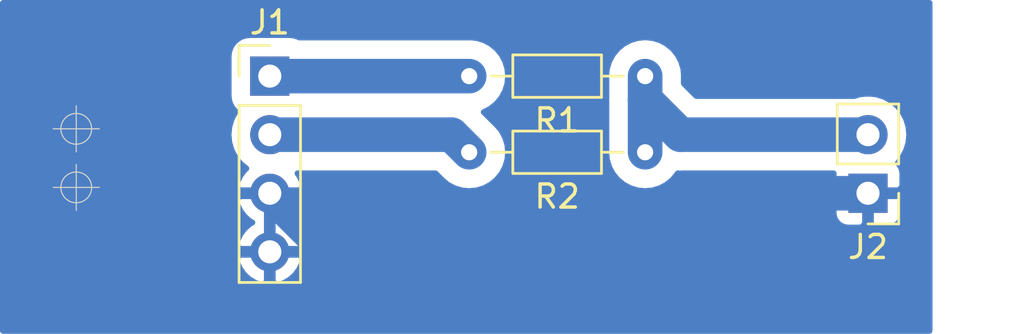
<source format=kicad_pcb>
(kicad_pcb (version 20171130) (host pcbnew 5.1.4-e60b266~84~ubuntu16.04.1)

  (general
    (thickness 1.6)
    (drawings 2)
    (tracks 11)
    (zones 0)
    (modules 4)
    (nets 5)
  )

  (page A4)
  (layers
    (0 F.Cu signal)
    (31 B.Cu signal)
    (32 B.Adhes user)
    (33 F.Adhes user)
    (34 B.Paste user)
    (35 F.Paste user)
    (36 B.SilkS user)
    (37 F.SilkS user)
    (38 B.Mask user)
    (39 F.Mask user)
    (40 Dwgs.User user)
    (41 Cmts.User user)
    (42 Eco1.User user)
    (43 Eco2.User user)
    (44 Edge.Cuts user)
    (45 Margin user)
    (46 B.CrtYd user)
    (47 F.CrtYd user)
    (48 B.Fab user)
    (49 F.Fab user)
  )

  (setup
    (last_trace_width 1.5)
    (trace_clearance 0.8)
    (zone_clearance 0.508)
    (zone_45_only no)
    (trace_min 0.2)
    (via_size 1.4)
    (via_drill 0.9)
    (via_min_size 0.4)
    (via_min_drill 0.3)
    (uvia_size 0.3)
    (uvia_drill 0.1)
    (uvias_allowed no)
    (uvia_min_size 0.2)
    (uvia_min_drill 0.1)
    (edge_width 0.05)
    (segment_width 0.2)
    (pcb_text_width 0.3)
    (pcb_text_size 1.5 1.5)
    (mod_edge_width 0.12)
    (mod_text_size 1 1)
    (mod_text_width 0.15)
    (pad_size 1.524 1.524)
    (pad_drill 0.762)
    (pad_to_mask_clearance 0.051)
    (solder_mask_min_width 0.25)
    (aux_axis_origin 0 0)
    (visible_elements FFFFFF7F)
    (pcbplotparams
      (layerselection 0x010fc_ffffffff)
      (usegerberextensions false)
      (usegerberattributes false)
      (usegerberadvancedattributes false)
      (creategerberjobfile false)
      (excludeedgelayer true)
      (linewidth 0.500000)
      (plotframeref false)
      (viasonmask false)
      (mode 1)
      (useauxorigin false)
      (hpglpennumber 1)
      (hpglpenspeed 20)
      (hpglpendiameter 15.000000)
      (psnegative false)
      (psa4output false)
      (plotreference true)
      (plotvalue true)
      (plotinvisibletext false)
      (padsonsilk false)
      (subtractmaskfromsilk false)
      (outputformat 1)
      (mirror false)
      (drillshape 1)
      (scaleselection 1)
      (outputdirectory ""))
  )

  (net 0 "")
  (net 1 GND)
  (net 2 "Net-(J1-Pad2)")
  (net 3 "Net-(J1-Pad1)")
  (net 4 "Net-(J2-Pad2)")

  (net_class Default "This is the default net class."
    (clearance 0.8)
    (trace_width 1.5)
    (via_dia 1.4)
    (via_drill 0.9)
    (uvia_dia 0.3)
    (uvia_drill 0.1)
    (add_net GND)
    (add_net "Net-(J1-Pad1)")
    (add_net "Net-(J1-Pad2)")
    (add_net "Net-(J2-Pad2)")
  )

  (module Resistor_THT:R_Axial_DIN0204_L3.6mm_D1.6mm_P7.62mm_Horizontal (layer F.Cu) (tedit 5AE5139B) (tstamp 5DAA1D86)
    (at 117.348 71.12 180)
    (descr "Resistor, Axial_DIN0204 series, Axial, Horizontal, pin pitch=7.62mm, 0.167W, length*diameter=3.6*1.6mm^2, http://cdn-reichelt.de/documents/datenblatt/B400/1_4W%23YAG.pdf")
    (tags "Resistor Axial_DIN0204 series Axial Horizontal pin pitch 7.62mm 0.167W length 3.6mm diameter 1.6mm")
    (path /5DA9F3FD)
    (fp_text reference R2 (at 3.81 -1.92) (layer F.SilkS)
      (effects (font (size 1 1) (thickness 0.15)))
    )
    (fp_text value 220 (at 3.81 1.92) (layer F.Fab)
      (effects (font (size 1 1) (thickness 0.15)))
    )
    (fp_text user %R (at 3.81 0) (layer F.Fab)
      (effects (font (size 0.72 0.72) (thickness 0.108)))
    )
    (fp_line (start 8.57 -1.05) (end -0.95 -1.05) (layer F.CrtYd) (width 0.05))
    (fp_line (start 8.57 1.05) (end 8.57 -1.05) (layer F.CrtYd) (width 0.05))
    (fp_line (start -0.95 1.05) (end 8.57 1.05) (layer F.CrtYd) (width 0.05))
    (fp_line (start -0.95 -1.05) (end -0.95 1.05) (layer F.CrtYd) (width 0.05))
    (fp_line (start 6.68 0) (end 5.73 0) (layer F.SilkS) (width 0.12))
    (fp_line (start 0.94 0) (end 1.89 0) (layer F.SilkS) (width 0.12))
    (fp_line (start 5.73 -0.92) (end 1.89 -0.92) (layer F.SilkS) (width 0.12))
    (fp_line (start 5.73 0.92) (end 5.73 -0.92) (layer F.SilkS) (width 0.12))
    (fp_line (start 1.89 0.92) (end 5.73 0.92) (layer F.SilkS) (width 0.12))
    (fp_line (start 1.89 -0.92) (end 1.89 0.92) (layer F.SilkS) (width 0.12))
    (fp_line (start 7.62 0) (end 5.61 0) (layer F.Fab) (width 0.1))
    (fp_line (start 0 0) (end 2.01 0) (layer F.Fab) (width 0.1))
    (fp_line (start 5.61 -0.8) (end 2.01 -0.8) (layer F.Fab) (width 0.1))
    (fp_line (start 5.61 0.8) (end 5.61 -0.8) (layer F.Fab) (width 0.1))
    (fp_line (start 2.01 0.8) (end 5.61 0.8) (layer F.Fab) (width 0.1))
    (fp_line (start 2.01 -0.8) (end 2.01 0.8) (layer F.Fab) (width 0.1))
    (pad 2 thru_hole oval (at 7.62 0 180) (size 1.4 1.4) (drill 0.7) (layers *.Cu *.Mask)
      (net 2 "Net-(J1-Pad2)"))
    (pad 1 thru_hole circle (at 0 0 180) (size 1.4 1.4) (drill 0.7) (layers *.Cu *.Mask)
      (net 4 "Net-(J2-Pad2)"))
    (model ${KISYS3DMOD}/Resistor_THT.3dshapes/R_Axial_DIN0204_L3.6mm_D1.6mm_P7.62mm_Horizontal.wrl
      (at (xyz 0 0 0))
      (scale (xyz 1 1 1))
      (rotate (xyz 0 0 0))
    )
  )

  (module Resistor_THT:R_Axial_DIN0204_L3.6mm_D1.6mm_P7.62mm_Horizontal (layer F.Cu) (tedit 5AE5139B) (tstamp 5DAA1D6F)
    (at 117.348 67.818 180)
    (descr "Resistor, Axial_DIN0204 series, Axial, Horizontal, pin pitch=7.62mm, 0.167W, length*diameter=3.6*1.6mm^2, http://cdn-reichelt.de/documents/datenblatt/B400/1_4W%23YAG.pdf")
    (tags "Resistor Axial_DIN0204 series Axial Horizontal pin pitch 7.62mm 0.167W length 3.6mm diameter 1.6mm")
    (path /5DA9E7FD)
    (fp_text reference R1 (at 3.81 -1.92) (layer F.SilkS)
      (effects (font (size 1 1) (thickness 0.15)))
    )
    (fp_text value 220 (at 3.81 1.92) (layer F.Fab)
      (effects (font (size 1 1) (thickness 0.15)))
    )
    (fp_text user %R (at 3.81 0) (layer F.Fab)
      (effects (font (size 0.72 0.72) (thickness 0.108)))
    )
    (fp_line (start 8.57 -1.05) (end -0.95 -1.05) (layer F.CrtYd) (width 0.05))
    (fp_line (start 8.57 1.05) (end 8.57 -1.05) (layer F.CrtYd) (width 0.05))
    (fp_line (start -0.95 1.05) (end 8.57 1.05) (layer F.CrtYd) (width 0.05))
    (fp_line (start -0.95 -1.05) (end -0.95 1.05) (layer F.CrtYd) (width 0.05))
    (fp_line (start 6.68 0) (end 5.73 0) (layer F.SilkS) (width 0.12))
    (fp_line (start 0.94 0) (end 1.89 0) (layer F.SilkS) (width 0.12))
    (fp_line (start 5.73 -0.92) (end 1.89 -0.92) (layer F.SilkS) (width 0.12))
    (fp_line (start 5.73 0.92) (end 5.73 -0.92) (layer F.SilkS) (width 0.12))
    (fp_line (start 1.89 0.92) (end 5.73 0.92) (layer F.SilkS) (width 0.12))
    (fp_line (start 1.89 -0.92) (end 1.89 0.92) (layer F.SilkS) (width 0.12))
    (fp_line (start 7.62 0) (end 5.61 0) (layer F.Fab) (width 0.1))
    (fp_line (start 0 0) (end 2.01 0) (layer F.Fab) (width 0.1))
    (fp_line (start 5.61 -0.8) (end 2.01 -0.8) (layer F.Fab) (width 0.1))
    (fp_line (start 5.61 0.8) (end 5.61 -0.8) (layer F.Fab) (width 0.1))
    (fp_line (start 2.01 0.8) (end 5.61 0.8) (layer F.Fab) (width 0.1))
    (fp_line (start 2.01 -0.8) (end 2.01 0.8) (layer F.Fab) (width 0.1))
    (pad 2 thru_hole oval (at 7.62 0 180) (size 1.4 1.4) (drill 0.7) (layers *.Cu *.Mask)
      (net 3 "Net-(J1-Pad1)"))
    (pad 1 thru_hole circle (at 0 0 180) (size 1.4 1.4) (drill 0.7) (layers *.Cu *.Mask)
      (net 4 "Net-(J2-Pad2)"))
    (model ${KISYS3DMOD}/Resistor_THT.3dshapes/R_Axial_DIN0204_L3.6mm_D1.6mm_P7.62mm_Horizontal.wrl
      (at (xyz 0 0 0))
      (scale (xyz 1 1 1))
      (rotate (xyz 0 0 0))
    )
  )

  (module Connector_PinHeader_2.54mm:PinHeader_1x02_P2.54mm_Vertical (layer F.Cu) (tedit 59FED5CC) (tstamp 5DAA2034)
    (at 127 72.898 180)
    (descr "Through hole straight pin header, 1x02, 2.54mm pitch, single row")
    (tags "Through hole pin header THT 1x02 2.54mm single row")
    (path /5DA9D3BB)
    (fp_text reference J2 (at 0 -2.33) (layer F.SilkS)
      (effects (font (size 1 1) (thickness 0.15)))
    )
    (fp_text value Conn_01x02_Male (at 0 4.87) (layer F.Fab)
      (effects (font (size 1 1) (thickness 0.15)))
    )
    (fp_text user %R (at 0 1.27 90) (layer F.Fab)
      (effects (font (size 1 1) (thickness 0.15)))
    )
    (fp_line (start 1.8 -1.8) (end -1.8 -1.8) (layer F.CrtYd) (width 0.05))
    (fp_line (start 1.8 4.35) (end 1.8 -1.8) (layer F.CrtYd) (width 0.05))
    (fp_line (start -1.8 4.35) (end 1.8 4.35) (layer F.CrtYd) (width 0.05))
    (fp_line (start -1.8 -1.8) (end -1.8 4.35) (layer F.CrtYd) (width 0.05))
    (fp_line (start -1.33 -1.33) (end 0 -1.33) (layer F.SilkS) (width 0.12))
    (fp_line (start -1.33 0) (end -1.33 -1.33) (layer F.SilkS) (width 0.12))
    (fp_line (start -1.33 1.27) (end 1.33 1.27) (layer F.SilkS) (width 0.12))
    (fp_line (start 1.33 1.27) (end 1.33 3.87) (layer F.SilkS) (width 0.12))
    (fp_line (start -1.33 1.27) (end -1.33 3.87) (layer F.SilkS) (width 0.12))
    (fp_line (start -1.33 3.87) (end 1.33 3.87) (layer F.SilkS) (width 0.12))
    (fp_line (start -1.27 -0.635) (end -0.635 -1.27) (layer F.Fab) (width 0.1))
    (fp_line (start -1.27 3.81) (end -1.27 -0.635) (layer F.Fab) (width 0.1))
    (fp_line (start 1.27 3.81) (end -1.27 3.81) (layer F.Fab) (width 0.1))
    (fp_line (start 1.27 -1.27) (end 1.27 3.81) (layer F.Fab) (width 0.1))
    (fp_line (start -0.635 -1.27) (end 1.27 -1.27) (layer F.Fab) (width 0.1))
    (pad 2 thru_hole oval (at 0 2.54 180) (size 1.7 1.7) (drill 1) (layers *.Cu *.Mask)
      (net 4 "Net-(J2-Pad2)"))
    (pad 1 thru_hole rect (at 0 0 180) (size 1.7 1.7) (drill 1) (layers *.Cu *.Mask)
      (net 1 GND))
    (model ${KISYS3DMOD}/Connector_PinHeader_2.54mm.3dshapes/PinHeader_1x02_P2.54mm_Vertical.wrl
      (at (xyz 0 0 0))
      (scale (xyz 1 1 1))
      (rotate (xyz 0 0 0))
    )
  )

  (module Connector_PinHeader_2.54mm:PinHeader_1x04_P2.54mm_Vertical (layer F.Cu) (tedit 59FED5CC) (tstamp 5DAA1D42)
    (at 101.092 67.818)
    (descr "Through hole straight pin header, 1x04, 2.54mm pitch, single row")
    (tags "Through hole pin header THT 1x04 2.54mm single row")
    (path /5DA9CD94)
    (fp_text reference J1 (at 0 -2.33) (layer F.SilkS)
      (effects (font (size 1 1) (thickness 0.15)))
    )
    (fp_text value Conn_01x04_Male (at 0 9.95) (layer F.Fab)
      (effects (font (size 1 1) (thickness 0.15)))
    )
    (fp_text user %R (at 0 3.81 90) (layer F.Fab)
      (effects (font (size 1 1) (thickness 0.15)))
    )
    (fp_line (start 1.8 -1.8) (end -1.8 -1.8) (layer F.CrtYd) (width 0.05))
    (fp_line (start 1.8 9.4) (end 1.8 -1.8) (layer F.CrtYd) (width 0.05))
    (fp_line (start -1.8 9.4) (end 1.8 9.4) (layer F.CrtYd) (width 0.05))
    (fp_line (start -1.8 -1.8) (end -1.8 9.4) (layer F.CrtYd) (width 0.05))
    (fp_line (start -1.33 -1.33) (end 0 -1.33) (layer F.SilkS) (width 0.12))
    (fp_line (start -1.33 0) (end -1.33 -1.33) (layer F.SilkS) (width 0.12))
    (fp_line (start -1.33 1.27) (end 1.33 1.27) (layer F.SilkS) (width 0.12))
    (fp_line (start 1.33 1.27) (end 1.33 8.95) (layer F.SilkS) (width 0.12))
    (fp_line (start -1.33 1.27) (end -1.33 8.95) (layer F.SilkS) (width 0.12))
    (fp_line (start -1.33 8.95) (end 1.33 8.95) (layer F.SilkS) (width 0.12))
    (fp_line (start -1.27 -0.635) (end -0.635 -1.27) (layer F.Fab) (width 0.1))
    (fp_line (start -1.27 8.89) (end -1.27 -0.635) (layer F.Fab) (width 0.1))
    (fp_line (start 1.27 8.89) (end -1.27 8.89) (layer F.Fab) (width 0.1))
    (fp_line (start 1.27 -1.27) (end 1.27 8.89) (layer F.Fab) (width 0.1))
    (fp_line (start -0.635 -1.27) (end 1.27 -1.27) (layer F.Fab) (width 0.1))
    (pad 4 thru_hole oval (at 0 7.62) (size 1.7 1.7) (drill 1) (layers *.Cu *.Mask)
      (net 1 GND))
    (pad 3 thru_hole oval (at 0 5.08) (size 1.7 1.7) (drill 1) (layers *.Cu *.Mask)
      (net 1 GND))
    (pad 2 thru_hole oval (at 0 2.54) (size 1.7 1.7) (drill 1) (layers *.Cu *.Mask)
      (net 2 "Net-(J1-Pad2)"))
    (pad 1 thru_hole rect (at 0 0) (size 1.7 1.7) (drill 1) (layers *.Cu *.Mask)
      (net 3 "Net-(J1-Pad1)"))
    (model ${KISYS3DMOD}/Connector_PinHeader_2.54mm.3dshapes/PinHeader_1x04_P2.54mm_Vertical.wrl
      (at (xyz 0 0 0))
      (scale (xyz 1 1 1))
      (rotate (xyz 0 0 0))
    )
  )

  (target plus (at 92.71 72.644) (size 2) (width 0.05) (layer Edge.Cuts) (tstamp 5DAA2089))
  (target plus (at 92.71 70.104) (size 2) (width 0.05) (layer Edge.Cuts))

  (segment (start 124.65 72.898) (end 127 72.898) (width 1.5) (layer B.Cu) (net 1))
  (segment (start 121.094 76.454) (end 124.65 72.898) (width 1.5) (layer B.Cu) (net 1))
  (segment (start 104.648 76.454) (end 121.094 76.454) (width 1.5) (layer B.Cu) (net 1))
  (segment (start 101.092 72.898) (end 104.648 76.454) (width 1.5) (layer B.Cu) (net 1))
  (segment (start 108.966 70.358) (end 109.728 71.12) (width 1.5) (layer B.Cu) (net 2))
  (segment (start 101.092 70.358) (end 108.966 70.358) (width 1.5) (layer B.Cu) (net 2))
  (segment (start 101.092 67.818) (end 109.728 67.818) (width 1.5) (layer B.Cu) (net 3))
  (segment (start 118.872 70.358) (end 117.348 68.834) (width 1.5) (layer B.Cu) (net 4))
  (segment (start 127 70.358) (end 118.872 70.358) (width 1.5) (layer B.Cu) (net 4))
  (segment (start 117.348 68.834) (end 117.348 71.12) (width 1.5) (layer B.Cu) (net 4))
  (segment (start 117.348 67.818) (end 117.348 68.834) (width 1.5) (layer B.Cu) (net 4))

  (zone (net 1) (net_name GND) (layer B.Cu) (tstamp 0) (hatch edge 0.508)
    (connect_pads (clearance 0.508))
    (min_thickness 0.254)
    (fill yes (arc_segments 32) (thermal_gap 0.508) (thermal_bridge_width 0.508))
    (polygon
      (pts
        (xy 91.44 64.516) (xy 129.794 64.516) (xy 129.794 78.994) (xy 89.408 78.994) (xy 89.408 64.516)
      )
    )
    (filled_polygon
      (pts
        (xy 129.667 78.867) (xy 89.535 78.867) (xy 89.535 75.79489) (xy 99.650524 75.79489) (xy 99.695175 75.942099)
        (xy 99.820359 76.20492) (xy 99.994412 76.438269) (xy 100.210645 76.633178) (xy 100.460748 76.782157) (xy 100.735109 76.879481)
        (xy 100.965 76.758814) (xy 100.965 75.565) (xy 101.219 75.565) (xy 101.219 76.758814) (xy 101.448891 76.879481)
        (xy 101.723252 76.782157) (xy 101.973355 76.633178) (xy 102.189588 76.438269) (xy 102.363641 76.20492) (xy 102.488825 75.942099)
        (xy 102.533476 75.79489) (xy 102.412155 75.565) (xy 101.219 75.565) (xy 100.965 75.565) (xy 99.771845 75.565)
        (xy 99.650524 75.79489) (xy 89.535 75.79489) (xy 89.535 73.25489) (xy 99.650524 73.25489) (xy 99.695175 73.402099)
        (xy 99.820359 73.66492) (xy 99.994412 73.898269) (xy 100.210645 74.093178) (xy 100.336255 74.168) (xy 100.210645 74.242822)
        (xy 99.994412 74.437731) (xy 99.820359 74.67108) (xy 99.695175 74.933901) (xy 99.650524 75.08111) (xy 99.771845 75.311)
        (xy 100.965 75.311) (xy 100.965 73.025) (xy 101.219 73.025) (xy 101.219 75.311) (xy 102.412155 75.311)
        (xy 102.533476 75.08111) (xy 102.488825 74.933901) (xy 102.363641 74.67108) (xy 102.189588 74.437731) (xy 101.973355 74.242822)
        (xy 101.847745 74.168) (xy 101.973355 74.093178) (xy 102.189588 73.898269) (xy 102.301672 73.748) (xy 125.511928 73.748)
        (xy 125.524188 73.872482) (xy 125.560498 73.99218) (xy 125.619463 74.102494) (xy 125.698815 74.199185) (xy 125.795506 74.278537)
        (xy 125.90582 74.337502) (xy 126.025518 74.373812) (xy 126.15 74.386072) (xy 126.71425 74.383) (xy 126.873 74.22425)
        (xy 126.873 73.025) (xy 127.127 73.025) (xy 127.127 74.22425) (xy 127.28575 74.383) (xy 127.85 74.386072)
        (xy 127.974482 74.373812) (xy 128.09418 74.337502) (xy 128.204494 74.278537) (xy 128.301185 74.199185) (xy 128.380537 74.102494)
        (xy 128.439502 73.99218) (xy 128.475812 73.872482) (xy 128.488072 73.748) (xy 128.485 73.18375) (xy 128.32625 73.025)
        (xy 127.127 73.025) (xy 126.873 73.025) (xy 125.67375 73.025) (xy 125.515 73.18375) (xy 125.511928 73.748)
        (xy 102.301672 73.748) (xy 102.363641 73.66492) (xy 102.488825 73.402099) (xy 102.533476 73.25489) (xy 102.412155 73.025)
        (xy 101.219 73.025) (xy 100.965 73.025) (xy 99.771845 73.025) (xy 99.650524 73.25489) (xy 89.535 73.25489)
        (xy 89.535 70.358) (xy 99.306402 70.358) (xy 99.340712 70.706353) (xy 99.442323 71.041319) (xy 99.60733 71.350025)
        (xy 99.829392 71.620608) (xy 100.076694 71.823564) (xy 99.994412 71.897731) (xy 99.820359 72.13108) (xy 99.695175 72.393901)
        (xy 99.650524 72.54111) (xy 99.771845 72.771) (xy 100.965 72.771) (xy 100.965 72.751) (xy 101.219 72.751)
        (xy 101.219 72.771) (xy 102.412155 72.771) (xy 102.533476 72.54111) (xy 102.488825 72.393901) (xy 102.363641 72.13108)
        (xy 102.291976 72.035) (xy 108.271365 72.035) (xy 108.600436 72.364071) (xy 108.791801 72.52112) (xy 109.083135 72.676842)
        (xy 109.39925 72.772735) (xy 109.728 72.805114) (xy 110.056749 72.772735) (xy 110.372865 72.676842) (xy 110.664199 72.52112)
        (xy 110.919555 72.311555) (xy 111.12912 72.056199) (xy 111.284842 71.764865) (xy 111.380735 71.448749) (xy 111.413114 71.12)
        (xy 111.380735 70.79125) (xy 111.284842 70.475135) (xy 111.12912 70.183801) (xy 110.972071 69.992436) (xy 110.358757 69.379122)
        (xy 110.372865 69.374842) (xy 110.664199 69.219121) (xy 110.919556 69.009556) (xy 111.06363 68.834) (xy 115.662886 68.834)
        (xy 115.671 68.916381) (xy 115.671001 71.202383) (xy 115.695266 71.448749) (xy 115.791159 71.764865) (xy 115.94688 72.056199)
        (xy 116.156445 72.311556) (xy 116.411802 72.521121) (xy 116.703136 72.676842) (xy 117.019252 72.772735) (xy 117.348 72.805114)
        (xy 117.676749 72.772735) (xy 117.992865 72.676842) (xy 118.284199 72.521121) (xy 118.539556 72.311556) (xy 118.749121 72.056199)
        (xy 118.761911 72.032271) (xy 118.789617 72.035) (xy 118.789619 72.035) (xy 118.871999 72.043114) (xy 118.954379 72.035)
        (xy 125.513208 72.035) (xy 125.511928 72.048) (xy 125.515 72.61225) (xy 125.67375 72.771) (xy 126.873 72.771)
        (xy 126.873 72.751) (xy 127.127 72.751) (xy 127.127 72.771) (xy 128.32625 72.771) (xy 128.485 72.61225)
        (xy 128.488072 72.048) (xy 128.475812 71.923518) (xy 128.439502 71.80382) (xy 128.380537 71.693506) (xy 128.301185 71.596815)
        (xy 128.289801 71.587473) (xy 128.48467 71.350025) (xy 128.649677 71.041319) (xy 128.751288 70.706353) (xy 128.785598 70.358)
        (xy 128.751288 70.009647) (xy 128.649677 69.674681) (xy 128.48467 69.365975) (xy 128.262608 69.095392) (xy 127.992025 68.87333)
        (xy 127.683319 68.708323) (xy 127.348353 68.606712) (xy 127.087296 68.581) (xy 126.912704 68.581) (xy 126.651647 68.606712)
        (xy 126.406753 68.681) (xy 119.566636 68.681) (xy 119.025 68.139365) (xy 119.025 67.735617) (xy 119.000735 67.489251)
        (xy 118.904842 67.173135) (xy 118.749121 66.881801) (xy 118.539556 66.626444) (xy 118.284198 66.416879) (xy 117.992864 66.261158)
        (xy 117.676748 66.165265) (xy 117.348 66.132886) (xy 117.019251 66.165265) (xy 116.703135 66.261158) (xy 116.411801 66.416879)
        (xy 116.156444 66.626444) (xy 115.946879 66.881802) (xy 115.791158 67.173136) (xy 115.695265 67.489252) (xy 115.671 67.735618)
        (xy 115.671 68.751617) (xy 115.662886 68.834) (xy 111.06363 68.834) (xy 111.129121 68.754199) (xy 111.284842 68.462865)
        (xy 111.380735 68.146749) (xy 111.413114 67.818) (xy 111.380735 67.489251) (xy 111.284842 67.173135) (xy 111.129121 66.881801)
        (xy 110.919556 66.626444) (xy 110.664199 66.416879) (xy 110.372865 66.261158) (xy 110.056749 66.165265) (xy 109.810383 66.141)
        (xy 102.361287 66.141) (xy 102.298464 66.10742) (xy 102.123724 66.054413) (xy 101.942 66.036515) (xy 100.242 66.036515)
        (xy 100.060276 66.054413) (xy 99.885536 66.10742) (xy 99.724495 66.193499) (xy 99.583341 66.309341) (xy 99.467499 66.450495)
        (xy 99.38142 66.611536) (xy 99.328413 66.786276) (xy 99.310515 66.968) (xy 99.310515 68.668) (xy 99.328413 68.849724)
        (xy 99.38142 69.024464) (xy 99.467499 69.185505) (xy 99.583341 69.326659) (xy 99.616956 69.354246) (xy 99.60733 69.365975)
        (xy 99.442323 69.674681) (xy 99.340712 70.009647) (xy 99.306402 70.358) (xy 89.535 70.358) (xy 89.535 64.643)
        (xy 129.667 64.643)
      )
    )
  )
)

</source>
